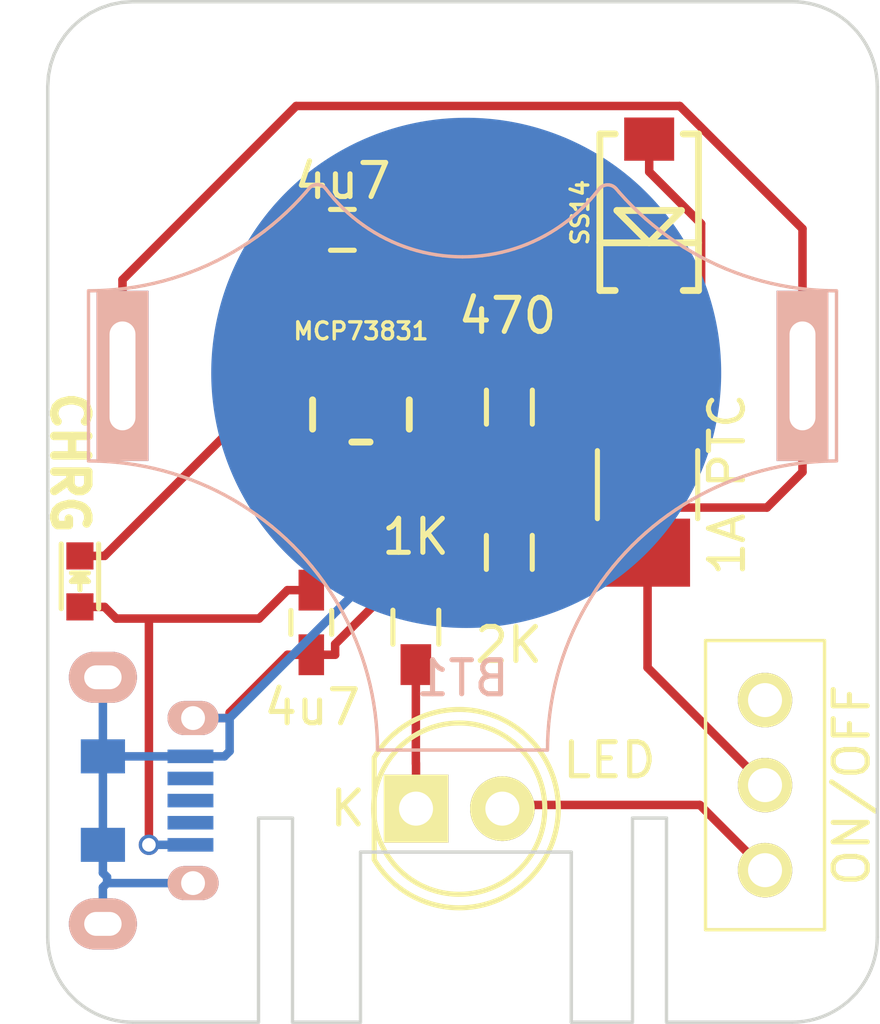
<source format=kicad_pcb>
(kicad_pcb (version 4) (host pcbnew 4.0.2-stable)

  (general
    (links 27)
    (no_connects 27)
    (area 94.667729 48.576999 121.00776 78.677001)
    (thickness 1.6)
    (drawings 101)
    (tracks 100)
    (zones 0)
    (modules 13)
    (nets 14)
  )

  (page A4)
  (layers
    (0 F.Cu signal)
    (31 B.Cu signal)
    (32 B.Adhes user)
    (33 F.Adhes user)
    (34 B.Paste user)
    (35 F.Paste user)
    (36 B.SilkS user)
    (37 F.SilkS user)
    (38 B.Mask user)
    (39 F.Mask user)
    (40 Dwgs.User user)
    (41 Cmts.User user)
    (42 Eco1.User user)
    (43 Eco2.User user)
    (44 Edge.Cuts user)
    (45 Margin user)
    (46 B.CrtYd user)
    (47 F.CrtYd user)
    (48 B.Fab user)
    (49 F.Fab user)
  )

  (setup
    (last_trace_width 0.25)
    (trace_clearance 0.2)
    (zone_clearance 0.508)
    (zone_45_only no)
    (trace_min 0.2)
    (segment_width 0.2)
    (edge_width 0.15)
    (via_size 0.6)
    (via_drill 0.4)
    (via_min_size 0.4)
    (via_min_drill 0.3)
    (uvia_size 0.3)
    (uvia_drill 0.1)
    (uvias_allowed no)
    (uvia_min_size 0.2)
    (uvia_min_drill 0.1)
    (pcb_text_width 0.3)
    (pcb_text_size 1.5 1.5)
    (mod_edge_width 0.15)
    (mod_text_size 1 1)
    (mod_text_width 0.15)
    (pad_size 15 15)
    (pad_drill 0)
    (pad_to_mask_clearance 0.2)
    (aux_axis_origin 0 0)
    (visible_elements 7FFFFFFF)
    (pcbplotparams
      (layerselection 0x010ff_80000001)
      (usegerberextensions true)
      (excludeedgelayer true)
      (linewidth 0.500000)
      (plotframeref false)
      (viasonmask false)
      (mode 1)
      (useauxorigin false)
      (hpglpennumber 1)
      (hpglpenspeed 20)
      (hpglpendiameter 15)
      (hpglpenoverlay 2)
      (psnegative false)
      (psa4output false)
      (plotreference true)
      (plotvalue true)
      (plotinvisibletext false)
      (padsonsilk false)
      (subtractmaskfromsilk false)
      (outputformat 1)
      (mirror false)
      (drillshape 0)
      (scaleselection 1)
      (outputdirectory Gerber/))
  )

  (net 0 "")
  (net 1 +5V)
  (net 2 GND)
  (net 3 "Net-(C2-Pad1)")
  (net 4 "Net-(R1-Pad1)")
  (net 5 "Net-(D1-Pad1)")
  (net 6 "Net-(R2-Pad1)")
  (net 7 "Net-(D2-Pad1)")
  (net 8 +3V3)
  (net 9 "Net-(D2-Pad2)")
  (net 10 "Net-(SW1-Pad3)")
  (net 11 "Net-(P1-Pad3)")
  (net 12 "Net-(P1-Pad4)")
  (net 13 "Net-(P1-Pad2)")

  (net_class Default "This is the default net class."
    (clearance 0.2)
    (trace_width 0.25)
    (via_dia 0.6)
    (via_drill 0.4)
    (uvia_dia 0.3)
    (uvia_drill 0.1)
    (add_net +3V3)
    (add_net +5V)
    (add_net GND)
    (add_net "Net-(C2-Pad1)")
    (add_net "Net-(D1-Pad1)")
    (add_net "Net-(D2-Pad1)")
    (add_net "Net-(D2-Pad2)")
    (add_net "Net-(P1-Pad2)")
    (add_net "Net-(P1-Pad3)")
    (add_net "Net-(P1-Pad4)")
    (add_net "Net-(R1-Pad1)")
    (add_net "Net-(R2-Pad1)")
    (add_net "Net-(SW1-Pad3)")
  )

  (module Capacitors_SMD:C_0603_HandSoldering (layer F.Cu) (tedit 57712A9A) (tstamp 576FE098)
    (at 104.138 66.8757 270)
    (descr "Capacitor SMD 0603, hand soldering")
    (tags "capacitor 0603")
    (path /5751677E)
    (attr smd)
    (fp_text reference C1 (at 0 0.00762 270) (layer F.SilkS) hide
      (effects (font (size 1 1) (thickness 0.15)))
    )
    (fp_text value 4u7 (at 2.49428 -0.02794 360) (layer F.SilkS)
      (effects (font (size 1 1) (thickness 0.15)))
    )
    (fp_line (start -1.85 -0.75) (end 1.85 -0.75) (layer F.CrtYd) (width 0.05))
    (fp_line (start -1.85 0.75) (end 1.85 0.75) (layer F.CrtYd) (width 0.05))
    (fp_line (start -1.85 -0.75) (end -1.85 0.75) (layer F.CrtYd) (width 0.05))
    (fp_line (start 1.85 -0.75) (end 1.85 0.75) (layer F.CrtYd) (width 0.05))
    (fp_line (start -0.35 -0.6) (end 0.35 -0.6) (layer F.SilkS) (width 0.15))
    (fp_line (start 0.35 0.6) (end -0.35 0.6) (layer F.SilkS) (width 0.15))
    (pad 1 smd rect (at -0.95 0 270) (size 1.2 0.75) (layers F.Cu F.Paste F.Mask)
      (net 1 +5V))
    (pad 2 smd rect (at 0.95 0 270) (size 1.2 0.75) (layers F.Cu F.Paste F.Mask)
      (net 2 GND))
    (model Capacitors_SMD.3dshapes/C_0603_HandSoldering.wrl
      (at (xyz 0 0 0))
      (scale (xyz 1 1 1))
      (rotate (xyz 0 0 0))
    )
  )

  (module Capacitors_SMD:C_0603_HandSoldering (layer F.Cu) (tedit 57712AA3) (tstamp 576FE09E)
    (at 105.052 55.3339)
    (descr "Capacitor SMD 0603, hand soldering")
    (tags "capacitor 0603")
    (path /57516E26)
    (attr smd)
    (fp_text reference C2 (at -0.00508 0.02794) (layer F.SilkS) hide
      (effects (font (size 1 1) (thickness 0.15)))
    )
    (fp_text value 4u7 (at 0.01016 -1.4351) (layer F.SilkS)
      (effects (font (size 1 1) (thickness 0.15)))
    )
    (fp_line (start -1.85 -0.75) (end 1.85 -0.75) (layer F.CrtYd) (width 0.05))
    (fp_line (start -1.85 0.75) (end 1.85 0.75) (layer F.CrtYd) (width 0.05))
    (fp_line (start -1.85 -0.75) (end -1.85 0.75) (layer F.CrtYd) (width 0.05))
    (fp_line (start 1.85 -0.75) (end 1.85 0.75) (layer F.CrtYd) (width 0.05))
    (fp_line (start -0.35 -0.6) (end 0.35 -0.6) (layer F.SilkS) (width 0.15))
    (fp_line (start 0.35 0.6) (end -0.35 0.6) (layer F.SilkS) (width 0.15))
    (pad 1 smd rect (at -0.95 0) (size 1.2 0.75) (layers F.Cu F.Paste F.Mask)
      (net 3 "Net-(C2-Pad1)"))
    (pad 2 smd rect (at 0.95 0) (size 1.2 0.75) (layers F.Cu F.Paste F.Mask)
      (net 2 GND))
    (model Capacitors_SMD.3dshapes/C_0603_HandSoldering.wrl
      (at (xyz 0 0 0))
      (scale (xyz 1 1 1))
      (rotate (xyz 0 0 0))
    )
  )

  (module LEDs:LED_0603 (layer F.Cu) (tedit 57726E8D) (tstamp 576FE0A4)
    (at 97.3328 65.6692 270)
    (descr "LED 0603 smd package")
    (tags "LED led 0603 SMD smd SMT smt smdled SMDLED smtled SMTLED")
    (path /57516873)
    (attr smd)
    (fp_text reference D1 (at 1.5113 1.47066 270) (layer F.SilkS) hide
      (effects (font (size 1 1) (thickness 0.15)))
    )
    (fp_text value CHRG (at -0.00258 -1.49098 270) (layer F.SilkS) hide
      (effects (font (size 1 1) (thickness 0.15)))
    )
    (fp_line (start -1.1 0.55) (end 0.8 0.55) (layer F.SilkS) (width 0.15))
    (fp_line (start -1.1 -0.55) (end 0.8 -0.55) (layer F.SilkS) (width 0.15))
    (fp_line (start -0.2 0) (end 0.25 0) (layer F.SilkS) (width 0.15))
    (fp_line (start -0.25 -0.25) (end -0.25 0.25) (layer F.SilkS) (width 0.15))
    (fp_line (start -0.25 0) (end 0 -0.25) (layer F.SilkS) (width 0.15))
    (fp_line (start 0 -0.25) (end 0 0.25) (layer F.SilkS) (width 0.15))
    (fp_line (start 0 0.25) (end -0.25 0) (layer F.SilkS) (width 0.15))
    (fp_line (start 1.4 -0.75) (end 1.4 0.75) (layer F.CrtYd) (width 0.05))
    (fp_line (start 1.4 0.75) (end -1.4 0.75) (layer F.CrtYd) (width 0.05))
    (fp_line (start -1.4 0.75) (end -1.4 -0.75) (layer F.CrtYd) (width 0.05))
    (fp_line (start -1.4 -0.75) (end 1.4 -0.75) (layer F.CrtYd) (width 0.05))
    (pad 2 smd rect (at 0.7493 0 90) (size 0.79756 0.79756) (layers F.Cu F.Paste F.Mask)
      (net 1 +5V))
    (pad 1 smd rect (at -0.7493 0 90) (size 0.79756 0.79756) (layers F.Cu F.Paste F.Mask)
      (net 5 "Net-(D1-Pad1)"))
    (model LEDs.3dshapes/LED_0603.wrl
      (at (xyz 0 0 0))
      (scale (xyz 1 1 1))
      (rotate (xyz 0 0 180))
    )
  )

  (module LEDs:LED-5MM (layer F.Cu) (tedit 576FE506) (tstamp 576FE0AA)
    (at 107.218 72.3494)
    (descr "LED 5mm round vertical")
    (tags "LED 5mm round vertical")
    (path /5751936B)
    (fp_text reference D2 (at 1.30048 -1.69164) (layer F.SilkS) hide
      (effects (font (size 1 1) (thickness 0.15)))
    )
    (fp_text value LED (at 5.6896 -1.4224) (layer F.SilkS)
      (effects (font (size 1 1) (thickness 0.15)))
    )
    (fp_line (start -1.5 -1.55) (end -1.5 1.55) (layer F.CrtYd) (width 0.05))
    (fp_arc (start 1.3 0) (end -1.5 1.55) (angle -302) (layer F.CrtYd) (width 0.05))
    (fp_arc (start 1.27 0) (end -1.23 -1.5) (angle 297.5) (layer F.SilkS) (width 0.15))
    (fp_line (start -1.23 1.5) (end -1.23 -1.5) (layer F.SilkS) (width 0.15))
    (fp_circle (center 1.27 0) (end 0.97 -2.5) (layer F.SilkS) (width 0.15))
    (fp_text user K (at -2.01168 -0.00508) (layer F.SilkS)
      (effects (font (size 1 1) (thickness 0.15)))
    )
    (pad 1 thru_hole rect (at 0 0 90) (size 2 1.9) (drill 1.00076) (layers *.Cu *.Mask F.SilkS)
      (net 7 "Net-(D2-Pad1)"))
    (pad 2 thru_hole circle (at 2.54 0) (size 1.9 1.9) (drill 1.00076) (layers *.Cu *.Mask F.SilkS)
      (net 9 "Net-(D2-Pad2)"))
    (model LEDs.3dshapes/LED-5MM.wrl
      (at (xyz 0.05 0 0))
      (scale (xyz 1 1 1))
      (rotate (xyz 0 0 90))
    )
  )

  (module freetronics_footprints:DIODE_SMA (layer F.Cu) (tedit 57712244) (tstamp 576FE0B0)
    (at 114.076 54.8157 270)
    (path /575185AE)
    (attr smd)
    (fp_text reference D3 (at -0.7 0 360) (layer Eco1.User) hide
      (effects (font (size 0.6 0.6) (thickness 0.1)))
    )
    (fp_text value SS14 (at 0.01016 2.032 270) (layer F.SilkS)
      (effects (font (size 0.5 0.5) (thickness 0.1)))
    )
    (fp_line (start 0.89916 0) (end -0.0508 0.94996) (layer F.SilkS) (width 0.20066))
    (fp_line (start -0.0508 0.94996) (end -0.0508 -0.94996) (layer F.SilkS) (width 0.20066))
    (fp_line (start 0.89916 0) (end -0.0508 -0.94996) (layer F.SilkS) (width 0.20066))
    (fp_line (start 0.89916 -1.45034) (end 0.89916 1.45034) (layer F.SilkS) (width 0.20066))
    (fp_line (start -2.30124 1.45034) (end -2.30124 1.00076) (layer F.SilkS) (width 0.20066))
    (fp_line (start -2.30124 1.45034) (end 2.30124 1.45034) (layer F.SilkS) (width 0.20066))
    (fp_line (start 2.30124 1.45034) (end 2.30124 1.00076) (layer F.SilkS) (width 0.20066))
    (fp_line (start -2.30124 -1.45034) (end -2.30124 -1.00076) (layer F.SilkS) (width 0.20066))
    (fp_line (start -2.30124 -1.45034) (end 2.30124 -1.45034) (layer F.SilkS) (width 0.20066))
    (fp_line (start 2.30124 -1.45034) (end 2.30124 -1.00076) (layer F.SilkS) (width 0.20066))
    (pad A smd rect (at -2.14884 0 270) (size 1.27 1.47066) (layers F.Cu F.Paste F.Mask)
      (net 2 GND))
    (pad K smd rect (at 2.14884 0 270) (size 1.27 1.47066) (layers F.Cu F.Paste F.Mask)
      (net 3 "Net-(C2-Pad1)"))
  )

  (module Capacitors_SMD:C_1210_HandSoldering (layer F.Cu) (tedit 57712A65) (tstamp 576FE0B6)
    (at 114.028 62.8244 270)
    (descr "Capacitor SMD 1210, hand soldering")
    (tags "capacitor 1210")
    (path /57518554)
    (attr smd)
    (fp_text reference F1 (at -0.08382 -0.02794 270) (layer F.SilkS) hide
      (effects (font (size 1 1) (thickness 0.15)))
    )
    (fp_text value "1A PTC" (at -0.00254 -2.3368 270) (layer F.SilkS)
      (effects (font (size 1 1) (thickness 0.15)))
    )
    (fp_line (start -3.3 -1.6) (end 3.3 -1.6) (layer F.CrtYd) (width 0.05))
    (fp_line (start -3.3 1.6) (end 3.3 1.6) (layer F.CrtYd) (width 0.05))
    (fp_line (start -3.3 -1.6) (end -3.3 1.6) (layer F.CrtYd) (width 0.05))
    (fp_line (start 3.3 -1.6) (end 3.3 1.6) (layer F.CrtYd) (width 0.05))
    (fp_line (start 1 -1.475) (end -1 -1.475) (layer F.SilkS) (width 0.15))
    (fp_line (start -1 1.475) (end 1 1.475) (layer F.SilkS) (width 0.15))
    (pad 1 smd rect (at -2 0 270) (size 2 2.5) (layers F.Cu F.Paste F.Mask)
      (net 3 "Net-(C2-Pad1)"))
    (pad 2 smd rect (at 2 0 270) (size 2 2.5) (layers F.Cu F.Paste F.Mask)
      (net 8 +3V3))
    (model Capacitors_SMD.3dshapes/C_1210_HandSoldering.wrl
      (at (xyz 0 0 0))
      (scale (xyz 1 1 1))
      (rotate (xyz 0 0 0))
    )
  )

  (module Resistors_SMD:R_0603_HandSoldering (layer F.Cu) (tedit 57712A9F) (tstamp 576FE0BC)
    (at 109.964 60.546 270)
    (descr "Resistor SMD 0603, hand soldering")
    (tags "resistor 0603")
    (path /575168C4)
    (attr smd)
    (fp_text reference R1 (at 0 -0.04064 270) (layer F.SilkS) hide
      (effects (font (size 1 1) (thickness 0.15)))
    )
    (fp_text value 470 (at -2.68224 0.05588 360) (layer F.SilkS)
      (effects (font (size 1 1) (thickness 0.15)))
    )
    (fp_line (start -2 -0.8) (end 2 -0.8) (layer F.CrtYd) (width 0.05))
    (fp_line (start -2 0.8) (end 2 0.8) (layer F.CrtYd) (width 0.05))
    (fp_line (start -2 -0.8) (end -2 0.8) (layer F.CrtYd) (width 0.05))
    (fp_line (start 2 -0.8) (end 2 0.8) (layer F.CrtYd) (width 0.05))
    (fp_line (start 0.5 0.675) (end -0.5 0.675) (layer F.SilkS) (width 0.15))
    (fp_line (start -0.5 -0.675) (end 0.5 -0.675) (layer F.SilkS) (width 0.15))
    (pad 1 smd rect (at -1.1 0 270) (size 1.2 0.9) (layers F.Cu F.Paste F.Mask)
      (net 4 "Net-(R1-Pad1)"))
    (pad 2 smd rect (at 1.1 0 270) (size 1.2 0.9) (layers F.Cu F.Paste F.Mask)
      (net 5 "Net-(D1-Pad1)"))
    (model Resistors_SMD.3dshapes/R_0603_HandSoldering.wrl
      (at (xyz 0 0 0))
      (scale (xyz 1 1 1))
      (rotate (xyz 0 0 0))
    )
  )

  (module Resistors_SMD:R_0603_HandSoldering (layer F.Cu) (tedit 57712A91) (tstamp 576FE0C2)
    (at 109.962 64.8157 270)
    (descr "Resistor SMD 0603, hand soldering")
    (tags "resistor 0603")
    (path /57516D5F)
    (attr smd)
    (fp_text reference R2 (at 0.02032 -0.04064 270) (layer F.SilkS) hide
      (effects (font (size 1 1) (thickness 0.15)))
    )
    (fp_text value 2K (at 2.72288 0.02032 360) (layer F.SilkS)
      (effects (font (size 1 1) (thickness 0.15)))
    )
    (fp_line (start -2 -0.8) (end 2 -0.8) (layer F.CrtYd) (width 0.05))
    (fp_line (start -2 0.8) (end 2 0.8) (layer F.CrtYd) (width 0.05))
    (fp_line (start -2 -0.8) (end -2 0.8) (layer F.CrtYd) (width 0.05))
    (fp_line (start 2 -0.8) (end 2 0.8) (layer F.CrtYd) (width 0.05))
    (fp_line (start 0.5 0.675) (end -0.5 0.675) (layer F.SilkS) (width 0.15))
    (fp_line (start -0.5 -0.675) (end 0.5 -0.675) (layer F.SilkS) (width 0.15))
    (pad 1 smd rect (at -1.1 0 270) (size 1.2 0.9) (layers F.Cu F.Paste F.Mask)
      (net 6 "Net-(R2-Pad1)"))
    (pad 2 smd rect (at 1.1 0 270) (size 1.2 0.9) (layers F.Cu F.Paste F.Mask)
      (net 2 GND))
    (model Resistors_SMD.3dshapes/R_0603_HandSoldering.wrl
      (at (xyz 0 0 0))
      (scale (xyz 1 1 1))
      (rotate (xyz 0 0 0))
    )
  )

  (module Resistors_SMD:R_0603_HandSoldering (layer F.Cu) (tedit 57712A97) (tstamp 576FE0C8)
    (at 107.213 67.0154 270)
    (descr "Resistor SMD 0603, hand soldering")
    (tags "resistor 0603")
    (path /57519C90)
    (attr smd)
    (fp_text reference R3 (at -0.02794 -0.0508 270) (layer F.SilkS) hide
      (effects (font (size 1 1) (thickness 0.15)))
    )
    (fp_text value 1K (at -2.65684 0.00762 360) (layer F.SilkS)
      (effects (font (size 1 1) (thickness 0.15)))
    )
    (fp_line (start -2 -0.8) (end 2 -0.8) (layer F.CrtYd) (width 0.05))
    (fp_line (start -2 0.8) (end 2 0.8) (layer F.CrtYd) (width 0.05))
    (fp_line (start -2 -0.8) (end -2 0.8) (layer F.CrtYd) (width 0.05))
    (fp_line (start 2 -0.8) (end 2 0.8) (layer F.CrtYd) (width 0.05))
    (fp_line (start 0.5 0.675) (end -0.5 0.675) (layer F.SilkS) (width 0.15))
    (fp_line (start -0.5 -0.675) (end 0.5 -0.675) (layer F.SilkS) (width 0.15))
    (pad 1 smd rect (at -1.1 0 270) (size 1.2 0.9) (layers F.Cu F.Paste F.Mask)
      (net 2 GND))
    (pad 2 smd rect (at 1.1 0 270) (size 1.2 0.9) (layers F.Cu F.Paste F.Mask)
      (net 7 "Net-(D2-Pad1)"))
    (model Resistors_SMD.3dshapes/R_0603_HandSoldering.wrl
      (at (xyz 0 0 0))
      (scale (xyz 1 1 1))
      (rotate (xyz 0 0 0))
    )
  )

  (module ESPlant:SS12D00 (layer F.Cu) (tedit 576FE706) (tstamp 576FE0CF)
    (at 117.483 71.6585 90)
    (path /5751900B)
    (fp_text reference SW1 (at -4.90728 0.00508 180) (layer F.SilkS) hide
      (effects (font (size 0.8 0.8) (thickness 0.12)))
    )
    (fp_text value ON/OFF (at 0 2.55016 90) (layer F.SilkS)
      (effects (font (size 1 1) (thickness 0.15)))
    )
    (fp_line (start -4.25 1.75) (end -4.25 -1.75) (layer F.SilkS) (width 0.1))
    (fp_line (start 4.25 1.75) (end -4.25 1.75) (layer F.SilkS) (width 0.1))
    (fp_line (start 4.25 -1.75) (end 4.25 1.75) (layer F.SilkS) (width 0.1))
    (fp_line (start -4.25 -1.75) (end 4.25 -1.75) (layer F.SilkS) (width 0.1))
    (pad 2 thru_hole circle (at 0 0 90) (size 1.6 1.6) (drill 1) (layers *.Cu *.Mask F.SilkS)
      (net 8 +3V3))
    (pad 1 thru_hole circle (at -2.5 0 90) (size 1.6 1.6) (drill 1) (layers *.Cu *.Mask F.SilkS)
      (net 9 "Net-(D2-Pad2)"))
    (pad 3 thru_hole circle (at 2.5 0 90) (size 1.6 1.6) (drill 1) (layers *.Cu *.Mask F.SilkS)
      (net 10 "Net-(SW1-Pad3)"))
  )

  (module freetronics_footprints:SOT23-5 (layer F.Cu) (tedit 576FE811) (tstamp 576FE0D8)
    (at 105.598 60.7619 180)
    (descr "<b>Small Outline Transistor</b>")
    (path /575165EC)
    (fp_text reference U1 (at 0 0 180) (layer Eco1.User)
      (effects (font (size 0.5 0.5) (thickness 0.1)))
    )
    (fp_text value MCP73831 (at 0 2.45 180) (layer F.SilkS)
      (effects (font (size 0.5 0.5) (thickness 0.1)))
    )
    (fp_line (start 1.4224 -0.42926) (end 1.4224 0.42926) (layer F.SilkS) (width 0.2032))
    (fp_line (start 1.39954 0.79756) (end -1.39954 0.79756) (layer Cmts.User) (width 0.1524))
    (fp_line (start -1.4224 0.42926) (end -1.4224 -0.42926) (layer F.SilkS) (width 0.2032))
    (fp_line (start -1.39954 -0.79756) (end 1.39954 -0.79756) (layer Cmts.User) (width 0.1524))
    (fp_line (start -0.2667 -0.81026) (end 0.2667 -0.81026) (layer F.SilkS) (width 0.2032))
    (fp_line (start 1.39954 -0.79756) (end 1.39954 0.79756) (layer Cmts.User) (width 0.1524))
    (fp_line (start -1.39954 -0.79756) (end -1.39954 0.79756) (layer Cmts.User) (width 0.1524))
    (pad 1 smd rect (at -0.94996 1.29794 180) (size 0.54864 1.19888) (layers F.Cu F.Paste F.Mask)
      (net 4 "Net-(R1-Pad1)"))
    (pad 2 smd rect (at 0 1.29794 180) (size 0.54864 1.19888) (layers F.Cu F.Paste F.Mask)
      (net 2 GND))
    (pad 3 smd rect (at 0.94996 1.29794 180) (size 0.54864 1.19888) (layers F.Cu F.Paste F.Mask)
      (net 3 "Net-(C2-Pad1)"))
    (pad 4 smd rect (at 0.94996 -1.29794 180) (size 0.54864 1.19888) (layers F.Cu F.Paste F.Mask)
      (net 1 +5V))
    (pad 5 smd rect (at -0.94996 -1.29794 180) (size 0.54864 1.19888) (layers F.Cu F.Paste F.Mask)
      (net 6 "Net-(R2-Pad1)"))
  )

  (module freetronics_footprints:USB-MICRO-5pin_PTHMOUNT (layer B.Cu) (tedit 57712A8A) (tstamp 577126F6)
    (at 100.584 72.1131)
    (path /57712B91)
    (attr smd)
    (fp_text reference P1 (at -4.7 0 270) (layer Eco1.User)
      (effects (font (size 0.6 0.6) (thickness 0.1)))
    )
    (fp_text value USB_5PIN_SHELL (at 1.43002 0 270) (layer B.SilkS) hide
      (effects (font (size 0.6 0.6) (thickness 0.1)) (justify mirror))
    )
    (fp_line (start -0.254 3.683) (end -1.3335 3.683) (layer Cmts.User) (width 0.2))
    (fp_line (start -0.20066 -3.70078) (end -1.39954 -3.70078) (layer Cmts.User) (width 0.20066))
    (fp_line (start -4.09956 -3.70078) (end -3.79984 -3.70078) (layer Cmts.User) (width 0.20066))
    (fp_line (start -4.09956 3.70078) (end -3.79984 3.70078) (layer Cmts.User) (width 0.20066))
    (fp_line (start -4.89966 3.70078) (end -4.89966 3.50012) (layer Cmts.User) (width 0.20066))
    (fp_line (start -4.89966 3.50012) (end -4.89966 3.40106) (layer Cmts.User) (width 0.20066))
    (fp_line (start -4.89966 3.40106) (end -5.19938 3.40106) (layer Cmts.User) (width 0.20066))
    (fp_line (start -5.19938 3.40106) (end -5.30098 3.40106) (layer Cmts.User) (width 0.20066))
    (fp_line (start -5.30098 3.40106) (end -5.50164 3.2004) (layer Cmts.User) (width 0.20066))
    (fp_line (start -5.50164 3.2004) (end -5.50164 -3.2004) (layer Cmts.User) (width 0.20066))
    (fp_line (start -4.89966 -3.70078) (end -4.89966 -3.40106) (layer Cmts.User) (width 0.20066))
    (fp_line (start -4.89966 -3.40106) (end -5.30098 -3.40106) (layer Cmts.User) (width 0.20066))
    (fp_line (start -5.30098 -3.40106) (end -5.50164 -3.2004) (layer Cmts.User) (width 0.20066))
    (fp_line (start -4.09956 3.70078) (end -4.89966 3.70078) (layer Cmts.User) (width 0.20066))
    (fp_line (start -4.89966 3.70078) (end -5.50164 4.09956) (layer Cmts.User) (width 0.20066))
    (fp_line (start -5.50164 -4.09956) (end -4.89966 -3.70078) (layer Cmts.User) (width 0.20066))
    (fp_line (start -4.89966 -3.70078) (end -4.09956 -3.70078) (layer Cmts.User) (width 0.20066))
    (fp_line (start -0.09906 3.59918) (end -0.19812 3.70078) (layer Cmts.User) (width 0.20066))
    (fp_line (start -4.09956 3.70078) (end -4.09956 -3.70078) (layer Cmts.User) (width 0.09906))
    (fp_line (start -0.20066 -3.70078) (end -0.1016 -3.59918) (layer Cmts.User) (width 0.20066))
    (pad SHLD thru_hole oval (at -2.57556 3.62458) (size 1.99898 1.50114) (drill oval 1.09982 0.70104) (layers *.Cu *.Mask B.SilkS)
      (net 2 GND))
    (pad SHLD thru_hole oval (at -2.57556 -3.62458) (size 1.99898 1.50114) (drill oval 1.09982 0.70104) (layers *.Cu *.Mask B.SilkS)
      (net 2 GND))
    (pad SHLD thru_hole oval (at 0.0762 2.4257) (size 1.50114 1.00076) (drill 0.70104) (layers *.Cu *.Mask B.SilkS)
      (net 2 GND))
    (pad SHLD smd rect (at -2.57556 -1.30048) (size 1.30048 1.00076) (layers B.Cu B.Paste B.Mask)
      (net 2 GND))
    (pad SHLD smd rect (at -2.57556 1.30048) (size 1.30048 1.00076) (layers B.Cu B.Paste B.Mask)
      (net 2 GND))
    (pad 5 smd rect (at 0 -1.30048) (size 1.34874 0.39878) (layers B.Cu B.Paste B.Mask)
      (net 2 GND))
    (pad 3 smd rect (at 0 0) (size 1.34874 0.39878) (layers B.Cu B.Paste B.Mask)
      (net 11 "Net-(P1-Pad3)"))
    (pad 4 smd rect (at 0 -0.65024) (size 1.34874 0.39878) (layers B.Cu B.Paste B.Mask)
      (net 12 "Net-(P1-Pad4)"))
    (pad 2 smd rect (at 0 0.65024) (size 1.34874 0.39878) (layers B.Cu B.Paste B.Mask)
      (net 13 "Net-(P1-Pad2)"))
    (pad SHLD thru_hole oval (at 0.0762 -2.4257) (size 1.50114 1.00076) (drill 0.70104) (layers *.Cu *.Mask B.SilkS)
      (net 2 GND))
    (pad 1 smd rect (at 0 1.30048) (size 1.34874 0.39878) (layers B.Cu B.Paste B.Mask)
      (net 1 +5V))
  )

  (module CR2032:CR2032 (layer B.Cu) (tedit 576FE73D) (tstamp 576FE092)
    (at 108.585 59.627 180)
    (path /57516FEB)
    (fp_text reference BT1 (at 0 -8.89 180) (layer B.SilkS)
      (effects (font (size 1 1) (thickness 0.15)) (justify mirror))
    )
    (fp_text value Battery (at -8.128 0 450) (layer B.Fab)
      (effects (font (size 1 1) (thickness 0.15)) (justify mirror))
    )
    (fp_line (start 4.488815 5.536079) (end 4.520751 5.5) (layer B.SilkS) (width 0.1))
    (fp_line (start 4.520751 5.5) (end 4.609362 5.395561) (layer B.SilkS) (width 0.1))
    (fp_line (start 4.609362 5.395561) (end 4.796155 5.189465) (layer B.SilkS) (width 0.1))
    (fp_line (start 4.796155 5.189465) (end 4.989592 4.989592) (layer B.SilkS) (width 0.1))
    (fp_line (start 4.989592 4.989592) (end 5.189465 4.796155) (layer B.SilkS) (width 0.1))
    (fp_line (start 5.189465 4.796155) (end 5.395561 4.609362) (layer B.SilkS) (width 0.1))
    (fp_line (start 5.395561 4.609362) (end 5.607657 4.429411) (layer B.SilkS) (width 0.1))
    (fp_line (start 5.607657 4.429411) (end 5.825528 4.256497) (layer B.SilkS) (width 0.1))
    (fp_line (start 5.825528 4.256497) (end 6.04894 4.090803) (layer B.SilkS) (width 0.1))
    (fp_line (start 6.04894 4.090803) (end 6.277653 3.932508) (layer B.SilkS) (width 0.1))
    (fp_line (start 6.277653 3.932508) (end 6.511423 3.781781) (layer B.SilkS) (width 0.1))
    (fp_line (start 6.511423 3.781781) (end 6.75 3.638784) (layer B.SilkS) (width 0.1))
    (fp_line (start 6.75 3.638784) (end 6.993128 3.503669) (layer B.SilkS) (width 0.1))
    (fp_line (start 6.993128 3.503669) (end 7.240546 3.376582) (layer B.SilkS) (width 0.1))
    (fp_line (start 7.240546 3.376582) (end 7.49199 3.257657) (layer B.SilkS) (width 0.1))
    (fp_line (start 7.49199 3.257657) (end 7.747191 3.147024) (layer B.SilkS) (width 0.1))
    (fp_line (start 7.747191 3.147024) (end 8.005875 3.0448) (layer B.SilkS) (width 0.1))
    (fp_line (start 8.005875 3.0448) (end 8.267765 2.951094) (layer B.SilkS) (width 0.1))
    (fp_line (start 8.267765 2.951094) (end 8.53258 2.866007) (layer B.SilkS) (width 0.1))
    (fp_line (start 8.53258 2.866007) (end 8.800038 2.78963) (layer B.SilkS) (width 0.1))
    (fp_line (start 8.800038 2.78963) (end 9.069852 2.722046) (layer B.SilkS) (width 0.1))
    (fp_line (start 9.069852 2.722046) (end 9.341732 2.663325) (layer B.SilkS) (width 0.1))
    (fp_line (start 9.341732 2.663325) (end 9.615388 2.613532) (layer B.SilkS) (width 0.1))
    (fp_line (start 9.615388 2.613532) (end 9.890527 2.572719) (layer B.SilkS) (width 0.1))
    (fp_line (start 9.890527 2.572719) (end 10.166854 2.54093) (layer B.SilkS) (width 0.1))
    (fp_line (start 10.166854 2.54093) (end 10.444073 2.518199) (layer B.SilkS) (width 0.1))
    (fp_line (start 10.444073 2.518199) (end 10.721888 2.504551) (layer B.SilkS) (width 0.1))
    (fp_line (start 10.721888 2.504551) (end 11 2.5) (layer B.SilkS) (width 0.1))
    (fp_line (start 11 2.5) (end 11 -2.5) (layer B.SilkS) (width 0.1))
    (fp_line (start 11 -2.5) (end 10.721888 -2.504551) (layer B.SilkS) (width 0.1))
    (fp_line (start 10.721888 -2.504551) (end 10.444073 -2.518199) (layer B.SilkS) (width 0.1))
    (fp_line (start 10.444073 -2.518199) (end 10.166854 -2.54093) (layer B.SilkS) (width 0.1))
    (fp_line (start 10.166854 -2.54093) (end 9.890527 -2.572719) (layer B.SilkS) (width 0.1))
    (fp_line (start 9.890527 -2.572719) (end 9.615388 -2.613532) (layer B.SilkS) (width 0.1))
    (fp_line (start 9.615388 -2.613532) (end 9.341732 -2.663325) (layer B.SilkS) (width 0.1))
    (fp_line (start 9.341732 -2.663325) (end 9.069852 -2.722046) (layer B.SilkS) (width 0.1))
    (fp_line (start 9.069852 -2.722046) (end 8.800038 -2.78963) (layer B.SilkS) (width 0.1))
    (fp_line (start 8.800038 -2.78963) (end 8.53258 -2.866007) (layer B.SilkS) (width 0.1))
    (fp_line (start 8.53258 -2.866007) (end 8.267765 -2.951094) (layer B.SilkS) (width 0.1))
    (fp_line (start 8.267765 -2.951094) (end 8.005875 -3.0448) (layer B.SilkS) (width 0.1))
    (fp_line (start 8.005875 -3.0448) (end 7.747191 -3.147024) (layer B.SilkS) (width 0.1))
    (fp_line (start 7.747191 -3.147024) (end 7.49199 -3.257657) (layer B.SilkS) (width 0.1))
    (fp_line (start 7.49199 -3.257657) (end 7.240546 -3.376582) (layer B.SilkS) (width 0.1))
    (fp_line (start 7.240546 -3.376582) (end 6.993128 -3.503669) (layer B.SilkS) (width 0.1))
    (fp_line (start 6.993128 -3.503669) (end 6.75 -3.638784) (layer B.SilkS) (width 0.1))
    (fp_line (start 6.75 -3.638784) (end 6.511423 -3.781781) (layer B.SilkS) (width 0.1))
    (fp_line (start 6.511423 -3.781781) (end 6.277653 -3.932508) (layer B.SilkS) (width 0.1))
    (fp_line (start 6.277653 -3.932508) (end 6.04894 -4.090803) (layer B.SilkS) (width 0.1))
    (fp_line (start 6.04894 -4.090803) (end 5.825528 -4.256497) (layer B.SilkS) (width 0.1))
    (fp_line (start 5.825528 -4.256497) (end 5.607657 -4.429411) (layer B.SilkS) (width 0.1))
    (fp_line (start 5.607657 -4.429411) (end 5.395561 -4.609362) (layer B.SilkS) (width 0.1))
    (fp_line (start 5.395561 -4.609362) (end 5.189465 -4.796155) (layer B.SilkS) (width 0.1))
    (fp_line (start 5.189465 -4.796155) (end 4.989592 -4.989592) (layer B.SilkS) (width 0.1))
    (fp_line (start 4.989592 -4.989592) (end 4.796155 -5.189465) (layer B.SilkS) (width 0.1))
    (fp_line (start 4.796155 -5.189465) (end 4.609362 -5.395561) (layer B.SilkS) (width 0.1))
    (fp_line (start 4.609362 -5.395561) (end 4.429411 -5.607657) (layer B.SilkS) (width 0.1))
    (fp_line (start 4.429411 -5.607657) (end 4.256497 -5.825528) (layer B.SilkS) (width 0.1))
    (fp_line (start 4.256497 -5.825528) (end 4.090803 -6.04894) (layer B.SilkS) (width 0.1))
    (fp_line (start 4.090803 -6.04894) (end 3.932508 -6.277653) (layer B.SilkS) (width 0.1))
    (fp_line (start 3.932508 -6.277653) (end 3.781781 -6.511423) (layer B.SilkS) (width 0.1))
    (fp_line (start 3.781781 -6.511423) (end 3.638784 -6.75) (layer B.SilkS) (width 0.1))
    (fp_line (start 3.638784 -6.75) (end 3.503669 -6.993128) (layer B.SilkS) (width 0.1))
    (fp_line (start 3.503669 -6.993128) (end 3.376582 -7.240546) (layer B.SilkS) (width 0.1))
    (fp_line (start 3.376582 -7.240546) (end 3.257657 -7.49199) (layer B.SilkS) (width 0.1))
    (fp_line (start 3.257657 -7.49199) (end 3.147024 -7.747191) (layer B.SilkS) (width 0.1))
    (fp_line (start 3.147024 -7.747191) (end 3.0448 -8.005875) (layer B.SilkS) (width 0.1))
    (fp_line (start 3.0448 -8.005875) (end 2.951094 -8.267765) (layer B.SilkS) (width 0.1))
    (fp_line (start 2.951094 -8.267765) (end 2.866007 -8.53258) (layer B.SilkS) (width 0.1))
    (fp_line (start 2.866007 -8.53258) (end 2.78963 -8.800038) (layer B.SilkS) (width 0.1))
    (fp_line (start 2.78963 -8.800038) (end 2.722046 -9.069852) (layer B.SilkS) (width 0.1))
    (fp_line (start 2.722046 -9.069852) (end 2.663325 -9.341732) (layer B.SilkS) (width 0.1))
    (fp_line (start 2.663325 -9.341732) (end 2.613532 -9.615388) (layer B.SilkS) (width 0.1))
    (fp_line (start 2.613532 -9.615388) (end 2.572719 -9.890527) (layer B.SilkS) (width 0.1))
    (fp_line (start 2.572719 -9.890527) (end 2.54093 -10.166854) (layer B.SilkS) (width 0.1))
    (fp_line (start 2.54093 -10.166854) (end 2.518199 -10.444073) (layer B.SilkS) (width 0.1))
    (fp_line (start 2.518199 -10.444073) (end 2.504551 -10.721888) (layer B.SilkS) (width 0.1))
    (fp_line (start 2.504551 -10.721888) (end 2.5 -11) (layer B.SilkS) (width 0.1))
    (fp_line (start 2.5 -11) (end -2.5 -11) (layer B.SilkS) (width 0.1))
    (fp_line (start -2.5 -11) (end -2.504551 -10.721888) (layer B.SilkS) (width 0.1))
    (fp_line (start -2.504551 -10.721888) (end -2.518199 -10.444073) (layer B.SilkS) (width 0.1))
    (fp_line (start -2.518199 -10.444073) (end -2.54093 -10.166854) (layer B.SilkS) (width 0.1))
    (fp_line (start -2.54093 -10.166854) (end -2.572719 -9.890527) (layer B.SilkS) (width 0.1))
    (fp_line (start -2.572719 -9.890527) (end -2.613532 -9.615388) (layer B.SilkS) (width 0.1))
    (fp_line (start -2.613532 -9.615388) (end -2.663325 -9.341732) (layer B.SilkS) (width 0.1))
    (fp_line (start -2.663325 -9.341732) (end -2.722046 -9.069852) (layer B.SilkS) (width 0.1))
    (fp_line (start -2.722046 -9.069852) (end -2.78963 -8.800038) (layer B.SilkS) (width 0.1))
    (fp_line (start -2.78963 -8.800038) (end -2.866007 -8.53258) (layer B.SilkS) (width 0.1))
    (fp_line (start -2.866007 -8.53258) (end -2.951094 -8.267765) (layer B.SilkS) (width 0.1))
    (fp_line (start -2.951094 -8.267765) (end -3.0448 -8.005875) (layer B.SilkS) (width 0.1))
    (fp_line (start -3.0448 -8.005875) (end -3.147024 -7.747191) (layer B.SilkS) (width 0.1))
    (fp_line (start -3.147024 -7.747191) (end -3.257657 -7.49199) (layer B.SilkS) (width 0.1))
    (fp_line (start -3.257657 -7.49199) (end -3.376582 -7.240546) (layer B.SilkS) (width 0.1))
    (fp_line (start -3.376582 -7.240546) (end -3.503669 -6.993128) (layer B.SilkS) (width 0.1))
    (fp_line (start -3.503669 -6.993128) (end -3.638784 -6.75) (layer B.SilkS) (width 0.1))
    (fp_line (start -3.638784 -6.75) (end -3.781781 -6.511423) (layer B.SilkS) (width 0.1))
    (fp_line (start -3.781781 -6.511423) (end -3.932508 -6.277653) (layer B.SilkS) (width 0.1))
    (fp_line (start -3.932508 -6.277653) (end -4.090803 -6.04894) (layer B.SilkS) (width 0.1))
    (fp_line (start -4.090803 -6.04894) (end -4.256497 -5.825528) (layer B.SilkS) (width 0.1))
    (fp_line (start -4.256497 -5.825528) (end -4.429411 -5.607657) (layer B.SilkS) (width 0.1))
    (fp_line (start -4.429411 -5.607657) (end -4.609362 -5.395561) (layer B.SilkS) (width 0.1))
    (fp_line (start -4.609362 -5.395561) (end -4.796155 -5.189465) (layer B.SilkS) (width 0.1))
    (fp_line (start -4.796155 -5.189465) (end -4.989592 -4.989592) (layer B.SilkS) (width 0.1))
    (fp_line (start -4.989592 -4.989592) (end -5.189465 -4.796155) (layer B.SilkS) (width 0.1))
    (fp_line (start -5.189465 -4.796155) (end -5.395561 -4.609362) (layer B.SilkS) (width 0.1))
    (fp_line (start -5.395561 -4.609362) (end -5.607657 -4.429411) (layer B.SilkS) (width 0.1))
    (fp_line (start -5.607657 -4.429411) (end -5.825528 -4.256497) (layer B.SilkS) (width 0.1))
    (fp_line (start -5.825528 -4.256497) (end -6.04894 -4.090803) (layer B.SilkS) (width 0.1))
    (fp_line (start -6.04894 -4.090803) (end -6.277653 -3.932508) (layer B.SilkS) (width 0.1))
    (fp_line (start -6.277653 -3.932508) (end -6.511423 -3.781781) (layer B.SilkS) (width 0.1))
    (fp_line (start -6.511423 -3.781781) (end -6.75 -3.638784) (layer B.SilkS) (width 0.1))
    (fp_line (start -6.75 -3.638784) (end -6.993128 -3.503669) (layer B.SilkS) (width 0.1))
    (fp_line (start -6.993128 -3.503669) (end -7.240546 -3.376582) (layer B.SilkS) (width 0.1))
    (fp_line (start -7.240546 -3.376582) (end -7.49199 -3.257657) (layer B.SilkS) (width 0.1))
    (fp_line (start -7.49199 -3.257657) (end -7.747191 -3.147024) (layer B.SilkS) (width 0.1))
    (fp_line (start -7.747191 -3.147024) (end -8.005875 -3.0448) (layer B.SilkS) (width 0.1))
    (fp_line (start -8.005875 -3.0448) (end -8.267765 -2.951094) (layer B.SilkS) (width 0.1))
    (fp_line (start -8.267765 -2.951094) (end -8.53258 -2.866007) (layer B.SilkS) (width 0.1))
    (fp_line (start -8.53258 -2.866007) (end -8.800038 -2.78963) (layer B.SilkS) (width 0.1))
    (fp_line (start -8.800038 -2.78963) (end -9.069852 -2.722046) (layer B.SilkS) (width 0.1))
    (fp_line (start -9.069852 -2.722046) (end -9.341732 -2.663325) (layer B.SilkS) (width 0.1))
    (fp_line (start -9.341732 -2.663325) (end -9.615388 -2.613532) (layer B.SilkS) (width 0.1))
    (fp_line (start -9.615388 -2.613532) (end -9.890527 -2.572719) (layer B.SilkS) (width 0.1))
    (fp_line (start -9.890527 -2.572719) (end -10.166854 -2.54093) (layer B.SilkS) (width 0.1))
    (fp_line (start -10.166854 -2.54093) (end -10.444073 -2.518199) (layer B.SilkS) (width 0.1))
    (fp_line (start -10.444073 -2.518199) (end -10.721888 -2.504551) (layer B.SilkS) (width 0.1))
    (fp_line (start -10.721888 -2.504551) (end -11 -2.5) (layer B.SilkS) (width 0.1))
    (fp_line (start -11 -2.5) (end -11 2.5) (layer B.SilkS) (width 0.1))
    (fp_line (start -11 2.5) (end -10.721888 2.504551) (layer B.SilkS) (width 0.1))
    (fp_line (start -10.721888 2.504551) (end -10.444073 2.518199) (layer B.SilkS) (width 0.1))
    (fp_line (start -10.444073 2.518199) (end -10.166854 2.54093) (layer B.SilkS) (width 0.1))
    (fp_line (start -10.166854 2.54093) (end -9.890527 2.572719) (layer B.SilkS) (width 0.1))
    (fp_line (start -9.890527 2.572719) (end -9.615388 2.613532) (layer B.SilkS) (width 0.1))
    (fp_line (start -9.615388 2.613532) (end -9.341732 2.663325) (layer B.SilkS) (width 0.1))
    (fp_line (start -9.341732 2.663325) (end -9.069852 2.722046) (layer B.SilkS) (width 0.1))
    (fp_line (start -9.069852 2.722046) (end -8.800038 2.78963) (layer B.SilkS) (width 0.1))
    (fp_line (start -8.800038 2.78963) (end -8.53258 2.866007) (layer B.SilkS) (width 0.1))
    (fp_line (start -8.53258 2.866007) (end -8.267765 2.951094) (layer B.SilkS) (width 0.1))
    (fp_line (start -8.267765 2.951094) (end -8.005875 3.0448) (layer B.SilkS) (width 0.1))
    (fp_line (start -8.005875 3.0448) (end -7.747191 3.147024) (layer B.SilkS) (width 0.1))
    (fp_line (start -7.747191 3.147024) (end -7.49199 3.257657) (layer B.SilkS) (width 0.1))
    (fp_line (start -7.49199 3.257657) (end -7.240546 3.376582) (layer B.SilkS) (width 0.1))
    (fp_line (start -7.240546 3.376582) (end -6.993128 3.503669) (layer B.SilkS) (width 0.1))
    (fp_line (start -6.993128 3.503669) (end -6.75 3.638784) (layer B.SilkS) (width 0.1))
    (fp_line (start -6.75 3.638784) (end -6.511423 3.781781) (layer B.SilkS) (width 0.1))
    (fp_line (start -6.511423 3.781781) (end -6.277653 3.932508) (layer B.SilkS) (width 0.1))
    (fp_line (start -6.277653 3.932508) (end -6.04894 4.090803) (layer B.SilkS) (width 0.1))
    (fp_line (start -6.04894 4.090803) (end -5.825528 4.256497) (layer B.SilkS) (width 0.1))
    (fp_line (start -5.825528 4.256497) (end -5.607657 4.429411) (layer B.SilkS) (width 0.1))
    (fp_line (start -5.607657 4.429411) (end -5.395561 4.609362) (layer B.SilkS) (width 0.1))
    (fp_line (start -5.395561 4.609362) (end -5.189465 4.796155) (layer B.SilkS) (width 0.1))
    (fp_line (start -5.189465 4.796155) (end -4.989592 4.989592) (layer B.SilkS) (width 0.1))
    (fp_line (start -4.989592 4.989592) (end -4.796155 5.189465) (layer B.SilkS) (width 0.1))
    (fp_line (start -4.796155 5.189465) (end -4.609362 5.395561) (layer B.SilkS) (width 0.1))
    (fp_line (start -4.609362 5.395561) (end -4.520751 5.5) (layer B.SilkS) (width 0.1))
    (fp_line (start -4.520751 5.5) (end -4.487589 5.533786) (layer B.SilkS) (width 0.1))
    (fp_line (start -4.487589 5.533786) (end -4.449907 5.562445) (layer B.SilkS) (width 0.1))
    (fp_line (start -4.449907 5.562445) (end -4.408491 5.58538) (layer B.SilkS) (width 0.1))
    (fp_line (start -4.408491 5.58538) (end -4.364204 5.602112) (layer B.SilkS) (width 0.1))
    (fp_line (start -4.364204 5.602112) (end -4.31797 5.612293) (layer B.SilkS) (width 0.1))
    (fp_line (start -4.31797 5.612293) (end -4.270751 5.61571) (layer B.SilkS) (width 0.1))
    (fp_line (start -4.270751 5.61571) (end -4.223533 5.612293) (layer B.SilkS) (width 0.1))
    (fp_line (start -4.223533 5.612293) (end -4.177298 5.602112) (layer B.SilkS) (width 0.1))
    (fp_line (start -4.177298 5.602112) (end -4.133012 5.58538) (layer B.SilkS) (width 0.1))
    (fp_line (start -4.133012 5.58538) (end -4.091596 5.562445) (layer B.SilkS) (width 0.1))
    (fp_line (start -4.091596 5.562445) (end -4.053914 5.533786) (layer B.SilkS) (width 0.1))
    (fp_line (start -4.053914 5.533786) (end -4.020751 5.5) (layer B.SilkS) (width 0.1))
    (fp_line (start -4.020751 5.5) (end -3.90081 5.347629) (layer B.SilkS) (width 0.1))
    (fp_line (start -3.90081 5.347629) (end -3.775098 5.199984) (layer B.SilkS) (width 0.1))
    (fp_line (start -3.775098 5.199984) (end -3.643802 5.057282) (layer B.SilkS) (width 0.1))
    (fp_line (start -3.643802 5.057282) (end -3.507115 4.919735) (layer B.SilkS) (width 0.1))
    (fp_line (start -3.507115 4.919735) (end -3.365239 4.787546) (layer B.SilkS) (width 0.1))
    (fp_line (start -3.365239 4.787546) (end -3.218385 4.66091) (layer B.SilkS) (width 0.1))
    (fp_line (start -3.218385 4.66091) (end -3.06677 4.540016) (layer B.SilkS) (width 0.1))
    (fp_line (start -3.06677 4.540016) (end -2.910617 4.425041) (layer B.SilkS) (width 0.1))
    (fp_line (start -2.910617 4.425041) (end -2.750159 4.316157) (layer B.SilkS) (width 0.1))
    (fp_line (start -2.750159 4.316157) (end -2.585633 4.213523) (layer B.SilkS) (width 0.1))
    (fp_line (start -2.585633 4.213523) (end -2.417281 4.117293) (layer B.SilkS) (width 0.1))
    (fp_line (start -2.417281 4.117293) (end -2.245353 4.027607) (layer B.SilkS) (width 0.1))
    (fp_line (start -2.245353 4.027607) (end -2.070103 3.9446) (layer B.SilkS) (width 0.1))
    (fp_line (start -2.070103 3.9446) (end -1.891791 3.868393) (layer B.SilkS) (width 0.1))
    (fp_line (start -1.891791 3.868393) (end -1.710681 3.7991) (layer B.SilkS) (width 0.1))
    (fp_line (start -1.710681 3.7991) (end -1.527039 3.736823) (layer B.SilkS) (width 0.1))
    (fp_line (start -1.527039 3.736823) (end -1.341139 3.681653) (layer B.SilkS) (width 0.1))
    (fp_line (start -1.341139 3.681653) (end -1.153254 3.633674) (layer B.SilkS) (width 0.1))
    (fp_line (start -1.153254 3.633674) (end -0.963663 3.592955) (layer B.SilkS) (width 0.1))
    (fp_line (start -0.963663 3.592955) (end -0.772647 3.559557) (layer B.SilkS) (width 0.1))
    (fp_line (start -0.772647 3.559557) (end -0.580488 3.53353) (layer B.SilkS) (width 0.1))
    (fp_line (start -0.580488 3.53353) (end -0.38747 3.514911) (layer B.SilkS) (width 0.1))
    (fp_line (start -0.38747 3.514911) (end -0.193878 3.503729) (layer B.SilkS) (width 0.1))
    (fp_line (start -0.193878 3.503729) (end 0 3.5) (layer B.SilkS) (width 0.1))
    (fp_line (start 0 3.5) (end 0.193878 3.503729) (layer B.SilkS) (width 0.1))
    (fp_line (start 0.193878 3.503729) (end 0.38747 3.514911) (layer B.SilkS) (width 0.1))
    (fp_line (start 0.38747 3.514911) (end 0.580488 3.53353) (layer B.SilkS) (width 0.1))
    (fp_line (start 0.580488 3.53353) (end 0.772647 3.559557) (layer B.SilkS) (width 0.1))
    (fp_line (start 0.772647 3.559557) (end 0.963663 3.592955) (layer B.SilkS) (width 0.1))
    (fp_line (start 0.963663 3.592955) (end 1.153254 3.633674) (layer B.SilkS) (width 0.1))
    (fp_line (start 1.153254 3.633674) (end 1.341139 3.681653) (layer B.SilkS) (width 0.1))
    (fp_line (start 1.341139 3.681653) (end 1.527039 3.736823) (layer B.SilkS) (width 0.1))
    (fp_line (start 1.527039 3.736823) (end 1.710681 3.7991) (layer B.SilkS) (width 0.1))
    (fp_line (start 1.710681 3.7991) (end 1.891791 3.868393) (layer B.SilkS) (width 0.1))
    (fp_line (start 1.891791 3.868393) (end 2.070103 3.9446) (layer B.SilkS) (width 0.1))
    (fp_line (start 2.070103 3.9446) (end 2.245353 4.027607) (layer B.SilkS) (width 0.1))
    (fp_line (start 2.245353 4.027607) (end 2.417281 4.117293) (layer B.SilkS) (width 0.1))
    (fp_line (start 2.417281 4.117293) (end 2.585633 4.213523) (layer B.SilkS) (width 0.1))
    (fp_line (start 2.585633 4.213523) (end 2.750159 4.316157) (layer B.SilkS) (width 0.1))
    (fp_line (start 2.750159 4.316157) (end 2.910617 4.425041) (layer B.SilkS) (width 0.1))
    (fp_line (start 2.910617 4.425041) (end 3.06677 4.540016) (layer B.SilkS) (width 0.1))
    (fp_line (start 3.06677 4.540016) (end 3.218385 4.66091) (layer B.SilkS) (width 0.1))
    (fp_line (start 3.218385 4.66091) (end 3.365239 4.787546) (layer B.SilkS) (width 0.1))
    (fp_line (start 3.365239 4.787546) (end 3.507115 4.919735) (layer B.SilkS) (width 0.1))
    (fp_line (start 3.507115 4.919735) (end 3.643802 5.057282) (layer B.SilkS) (width 0.1))
    (fp_line (start 3.643802 5.057282) (end 3.775098 5.199984) (layer B.SilkS) (width 0.1))
    (fp_line (start 3.775098 5.199984) (end 3.90081 5.347629) (layer B.SilkS) (width 0.1))
    (fp_line (start 3.90081 5.347629) (end 4.020751 5.5) (layer B.SilkS) (width 0.1))
    (fp_line (start 4.020751 5.5) (end 4.052688 5.536079) (layer B.SilkS) (width 0.1))
    (fp_line (start 4.052688 5.536079) (end 4.089777 5.566838) (layer B.SilkS) (width 0.1))
    (fp_line (start 4.089777 5.566838) (end 4.131141 5.59155) (layer B.SilkS) (width 0.1))
    (fp_line (start 4.131141 5.59155) (end 4.175804 5.60963) (layer B.SilkS) (width 0.1))
    (fp_line (start 4.175804 5.60963) (end 4.22271 5.620652) (layer B.SilkS) (width 0.1))
    (fp_line (start 4.22271 5.620652) (end 4.270751 5.624355) (layer B.SilkS) (width 0.1))
    (fp_line (start 4.270751 5.624355) (end 4.318793 5.620652) (layer B.SilkS) (width 0.1))
    (fp_line (start 4.318793 5.620652) (end 4.365699 5.60963) (layer B.SilkS) (width 0.1))
    (fp_line (start 4.365699 5.60963) (end 4.410362 5.59155) (layer B.SilkS) (width 0.1))
    (fp_line (start 4.410362 5.59155) (end 4.451726 5.566838) (layer B.SilkS) (width 0.1))
    (fp_line (start 4.451726 5.566838) (end 4.488815 5.536079) (layer B.SilkS) (width 0.1))
    (fp_line (start 10 0) (end 9.914449 -1.305262) (layer B.Fab) (width 0.1))
    (fp_line (start 9.914449 -1.305262) (end 9.659258 -2.58819) (layer B.Fab) (width 0.1))
    (fp_line (start 9.659258 -2.58819) (end 9.238795 -3.826834) (layer B.Fab) (width 0.1))
    (fp_line (start 9.238795 -3.826834) (end 8.660254 -5) (layer B.Fab) (width 0.1))
    (fp_line (start 8.660254 -5) (end 7.933533 -6.087614) (layer B.Fab) (width 0.1))
    (fp_line (start 7.933533 -6.087614) (end 7.071068 -7.071068) (layer B.Fab) (width 0.1))
    (fp_line (start 7.071068 -7.071068) (end 6.087614 -7.933533) (layer B.Fab) (width 0.1))
    (fp_line (start 6.087614 -7.933533) (end 5 -8.660254) (layer B.Fab) (width 0.1))
    (fp_line (start 5 -8.660254) (end 3.826834 -9.238795) (layer B.Fab) (width 0.1))
    (fp_line (start 3.826834 -9.238795) (end 2.58819 -9.659258) (layer B.Fab) (width 0.1))
    (fp_line (start 2.58819 -9.659258) (end 1.305262 -9.914449) (layer B.Fab) (width 0.1))
    (fp_line (start 1.305262 -9.914449) (end 0 -10) (layer B.Fab) (width 0.1))
    (fp_line (start 0 -10) (end -1.305262 -9.914449) (layer B.Fab) (width 0.1))
    (fp_line (start -1.305262 -9.914449) (end -2.58819 -9.659258) (layer B.Fab) (width 0.1))
    (fp_line (start -2.58819 -9.659258) (end -3.826834 -9.238795) (layer B.Fab) (width 0.1))
    (fp_line (start -3.826834 -9.238795) (end -5 -8.660254) (layer B.Fab) (width 0.1))
    (fp_line (start -5 -8.660254) (end -6.087614 -7.933533) (layer B.Fab) (width 0.1))
    (fp_line (start -6.087614 -7.933533) (end -7.071068 -7.071068) (layer B.Fab) (width 0.1))
    (fp_line (start -7.071068 -7.071068) (end -7.933533 -6.087614) (layer B.Fab) (width 0.1))
    (fp_line (start -7.933533 -6.087614) (end -8.660254 -5) (layer B.Fab) (width 0.1))
    (fp_line (start -8.660254 -5) (end -9.238795 -3.826834) (layer B.Fab) (width 0.1))
    (fp_line (start -9.238795 -3.826834) (end -9.659258 -2.58819) (layer B.Fab) (width 0.1))
    (fp_line (start -9.659258 -2.58819) (end -9.914449 -1.305262) (layer B.Fab) (width 0.1))
    (fp_line (start -9.914449 -1.305262) (end -10 0) (layer B.Fab) (width 0.1))
    (fp_line (start -10 0) (end -9.914449 1.305262) (layer B.Fab) (width 0.1))
    (fp_line (start -9.914449 1.305262) (end -9.659258 2.58819) (layer B.Fab) (width 0.1))
    (fp_line (start -9.659258 2.58819) (end -9.238795 3.826834) (layer B.Fab) (width 0.1))
    (fp_line (start -9.238795 3.826834) (end -8.660254 5) (layer B.Fab) (width 0.1))
    (fp_line (start -8.660254 5) (end -7.933533 6.087614) (layer B.Fab) (width 0.1))
    (fp_line (start -7.933533 6.087614) (end -7.071068 7.071068) (layer B.Fab) (width 0.1))
    (fp_line (start -7.071068 7.071068) (end -6.087614 7.933533) (layer B.Fab) (width 0.1))
    (fp_line (start -6.087614 7.933533) (end -5 8.660254) (layer B.Fab) (width 0.1))
    (fp_line (start -5 8.660254) (end -3.826834 9.238795) (layer B.Fab) (width 0.1))
    (fp_line (start -3.826834 9.238795) (end -2.58819 9.659258) (layer B.Fab) (width 0.1))
    (fp_line (start -2.58819 9.659258) (end -1.305262 9.914449) (layer B.Fab) (width 0.1))
    (fp_line (start -1.305262 9.914449) (end 0 10) (layer B.Fab) (width 0.1))
    (fp_line (start 0 10) (end 1.305262 9.914449) (layer B.Fab) (width 0.1))
    (fp_line (start 1.305262 9.914449) (end 2.58819 9.659258) (layer B.Fab) (width 0.1))
    (fp_line (start 2.58819 9.659258) (end 3.826834 9.238795) (layer B.Fab) (width 0.1))
    (fp_line (start 3.826834 9.238795) (end 5 8.660254) (layer B.Fab) (width 0.1))
    (fp_line (start 5 8.660254) (end 6.087614 7.933533) (layer B.Fab) (width 0.1))
    (fp_line (start 6.087614 7.933533) (end 7.071068 7.071068) (layer B.Fab) (width 0.1))
    (fp_line (start 7.071068 7.071068) (end 7.933533 6.087614) (layer B.Fab) (width 0.1))
    (fp_line (start 7.933533 6.087614) (end 8.660254 5) (layer B.Fab) (width 0.1))
    (fp_line (start 8.660254 5) (end 9.238795 3.826834) (layer B.Fab) (width 0.1))
    (fp_line (start 9.238795 3.826834) (end 9.659258 2.58819) (layer B.Fab) (width 0.1))
    (fp_line (start 9.659258 2.58819) (end 9.914449 1.305262) (layer B.Fab) (width 0.1))
    (fp_line (start 9.914449 1.305262) (end 10 0) (layer B.Fab) (width 0.1))
    (pad 1 thru_hole rect (at 10 0 180) (size 1.524 5) (drill oval 0.762 3.2) (layers *.Cu *.Mask B.SilkS)
      (net 8 +3V3))
    (pad 1 thru_hole rect (at -10 0 180) (size 1.524 5) (drill oval 0.762 3.2) (layers *.Cu *.Mask B.SilkS)
      (net 8 +3V3))
    (pad 2 smd circle (at -0.10922 0.0884 180) (size 15 15) (layers B.Cu B.Paste B.Mask)
      (net 2 GND))
  )

  (gr_text CHRG (at 97.028 62.1792 270) (layer F.SilkS)
    (effects (font (size 1 1) (thickness 0.25)))
  )
  (gr_line (start 96.390353 76.290508) (end 96.385 76.127) (layer Edge.Cuts) (width 0.1))
  (gr_line (start 96.406388 76.453315) (end 96.390353 76.290508) (layer Edge.Cuts) (width 0.1))
  (gr_line (start 96.433037 76.614726) (end 96.406388 76.453315) (layer Edge.Cuts) (width 0.1))
  (gr_line (start 96.470185 76.774048) (end 96.433037 76.614726) (layer Edge.Cuts) (width 0.1))
  (gr_line (start 96.517675 76.930599) (end 96.470185 76.774048) (layer Edge.Cuts) (width 0.1))
  (gr_line (start 96.575301 77.083709) (end 96.517675 76.930599) (layer Edge.Cuts) (width 0.1))
  (gr_line (start 96.642818 77.232722) (end 96.575301 77.083709) (layer Edge.Cuts) (width 0.1))
  (gr_line (start 96.719936 77.377) (end 96.642818 77.232722) (layer Edge.Cuts) (width 0.1))
  (gr_line (start 96.806326 77.515926) (end 96.719936 77.377) (layer Edge.Cuts) (width 0.1))
  (gr_line (start 96.901617 77.648904) (end 96.806326 77.515926) (layer Edge.Cuts) (width 0.1))
  (gr_line (start 97.0054 77.775365) (end 96.901617 77.648904) (layer Edge.Cuts) (width 0.1))
  (gr_line (start 97.117233 77.894767) (end 97.0054 77.775365) (layer Edge.Cuts) (width 0.1))
  (gr_line (start 97.236635 78.0066) (end 97.117233 77.894767) (layer Edge.Cuts) (width 0.1))
  (gr_line (start 97.363096 78.110383) (end 97.236635 78.0066) (layer Edge.Cuts) (width 0.1))
  (gr_line (start 97.496074 78.205674) (end 97.363096 78.110383) (layer Edge.Cuts) (width 0.1))
  (gr_line (start 97.635 78.292064) (end 97.496074 78.205674) (layer Edge.Cuts) (width 0.1))
  (gr_line (start 97.779278 78.369182) (end 97.635 78.292064) (layer Edge.Cuts) (width 0.1))
  (gr_line (start 97.928291 78.436699) (end 97.779278 78.369182) (layer Edge.Cuts) (width 0.1))
  (gr_line (start 98.081401 78.494325) (end 97.928291 78.436699) (layer Edge.Cuts) (width 0.1))
  (gr_line (start 98.237952 78.541815) (end 98.081401 78.494325) (layer Edge.Cuts) (width 0.1))
  (gr_line (start 98.397274 78.578963) (end 98.237952 78.541815) (layer Edge.Cuts) (width 0.1))
  (gr_line (start 98.558685 78.605612) (end 98.397274 78.578963) (layer Edge.Cuts) (width 0.1))
  (gr_line (start 98.721492 78.621647) (end 98.558685 78.605612) (layer Edge.Cuts) (width 0.1))
  (gr_line (start 98.885 78.627) (end 98.721492 78.621647) (layer Edge.Cuts) (width 0.1))
  (gr_line (start 102.585 78.627) (end 98.885 78.627) (layer Edge.Cuts) (width 0.1))
  (gr_line (start 102.585 72.627) (end 102.585 78.627) (layer Edge.Cuts) (width 0.1))
  (gr_line (start 103.585 72.627) (end 102.585 72.627) (layer Edge.Cuts) (width 0.1))
  (gr_line (start 103.585 78.627) (end 103.585 72.627) (layer Edge.Cuts) (width 0.1))
  (gr_line (start 105.585 78.627) (end 103.585 78.627) (layer Edge.Cuts) (width 0.1))
  (gr_line (start 105.585 73.627) (end 105.585 78.627) (layer Edge.Cuts) (width 0.1))
  (gr_line (start 111.785 73.627) (end 105.585 73.627) (layer Edge.Cuts) (width 0.1))
  (gr_line (start 111.785 78.627) (end 111.785 73.627) (layer Edge.Cuts) (width 0.1))
  (gr_line (start 113.585 78.627) (end 111.785 78.627) (layer Edge.Cuts) (width 0.1))
  (gr_line (start 113.585 72.627) (end 113.585 78.627) (layer Edge.Cuts) (width 0.1))
  (gr_line (start 114.585 72.627) (end 113.585 72.627) (layer Edge.Cuts) (width 0.1))
  (gr_line (start 114.585 78.627) (end 114.585 72.627) (layer Edge.Cuts) (width 0.1))
  (gr_line (start 118.285 78.627) (end 114.585 78.627) (layer Edge.Cuts) (width 0.1))
  (gr_line (start 118.448508 78.621647) (end 118.285 78.627) (layer Edge.Cuts) (width 0.1))
  (gr_line (start 118.611315 78.605612) (end 118.448508 78.621647) (layer Edge.Cuts) (width 0.1))
  (gr_line (start 118.772726 78.578963) (end 118.611315 78.605612) (layer Edge.Cuts) (width 0.1))
  (gr_line (start 118.932048 78.541815) (end 118.772726 78.578963) (layer Edge.Cuts) (width 0.1))
  (gr_line (start 119.088599 78.494325) (end 118.932048 78.541815) (layer Edge.Cuts) (width 0.1))
  (gr_line (start 119.241709 78.436699) (end 119.088599 78.494325) (layer Edge.Cuts) (width 0.1))
  (gr_line (start 119.390722 78.369182) (end 119.241709 78.436699) (layer Edge.Cuts) (width 0.1))
  (gr_line (start 119.535 78.292064) (end 119.390722 78.369182) (layer Edge.Cuts) (width 0.1))
  (gr_line (start 119.673926 78.205674) (end 119.535 78.292064) (layer Edge.Cuts) (width 0.1))
  (gr_line (start 119.806904 78.110383) (end 119.673926 78.205674) (layer Edge.Cuts) (width 0.1))
  (gr_line (start 119.933365 78.0066) (end 119.806904 78.110383) (layer Edge.Cuts) (width 0.1))
  (gr_line (start 120.052767 77.894767) (end 119.933365 78.0066) (layer Edge.Cuts) (width 0.1))
  (gr_line (start 120.1646 77.775365) (end 120.052767 77.894767) (layer Edge.Cuts) (width 0.1))
  (gr_line (start 120.268383 77.648904) (end 120.1646 77.775365) (layer Edge.Cuts) (width 0.1))
  (gr_line (start 120.363674 77.515926) (end 120.268383 77.648904) (layer Edge.Cuts) (width 0.1))
  (gr_line (start 120.450064 77.377) (end 120.363674 77.515926) (layer Edge.Cuts) (width 0.1))
  (gr_line (start 120.527182 77.232722) (end 120.450064 77.377) (layer Edge.Cuts) (width 0.1))
  (gr_line (start 120.594699 77.083709) (end 120.527182 77.232722) (layer Edge.Cuts) (width 0.1))
  (gr_line (start 120.652325 76.930599) (end 120.594699 77.083709) (layer Edge.Cuts) (width 0.1))
  (gr_line (start 120.699815 76.774048) (end 120.652325 76.930599) (layer Edge.Cuts) (width 0.1))
  (gr_line (start 120.736963 76.614726) (end 120.699815 76.774048) (layer Edge.Cuts) (width 0.1))
  (gr_line (start 120.763612 76.453315) (end 120.736963 76.614726) (layer Edge.Cuts) (width 0.1))
  (gr_line (start 120.779647 76.290508) (end 120.763612 76.453315) (layer Edge.Cuts) (width 0.1))
  (gr_line (start 120.785 76.127) (end 120.779647 76.290508) (layer Edge.Cuts) (width 0.1))
  (gr_line (start 120.785 51.127) (end 120.785 76.127) (layer Edge.Cuts) (width 0.1))
  (gr_line (start 120.779647 50.963492) (end 120.785 51.127) (layer Edge.Cuts) (width 0.1))
  (gr_line (start 120.763612 50.800685) (end 120.779647 50.963492) (layer Edge.Cuts) (width 0.1))
  (gr_line (start 120.736963 50.639274) (end 120.763612 50.800685) (layer Edge.Cuts) (width 0.1))
  (gr_line (start 120.699815 50.479952) (end 120.736963 50.639274) (layer Edge.Cuts) (width 0.1))
  (gr_line (start 120.652325 50.323401) (end 120.699815 50.479952) (layer Edge.Cuts) (width 0.1))
  (gr_line (start 120.594699 50.170291) (end 120.652325 50.323401) (layer Edge.Cuts) (width 0.1))
  (gr_line (start 120.527182 50.021278) (end 120.594699 50.170291) (layer Edge.Cuts) (width 0.1))
  (gr_line (start 120.450064 49.877) (end 120.527182 50.021278) (layer Edge.Cuts) (width 0.1))
  (gr_line (start 120.363674 49.738074) (end 120.450064 49.877) (layer Edge.Cuts) (width 0.1))
  (gr_line (start 120.268383 49.605096) (end 120.363674 49.738074) (layer Edge.Cuts) (width 0.1))
  (gr_line (start 120.1646 49.478635) (end 120.268383 49.605096) (layer Edge.Cuts) (width 0.1))
  (gr_line (start 120.052767 49.359233) (end 120.1646 49.478635) (layer Edge.Cuts) (width 0.1))
  (gr_line (start 119.933365 49.2474) (end 120.052767 49.359233) (layer Edge.Cuts) (width 0.1))
  (gr_line (start 119.806904 49.143617) (end 119.933365 49.2474) (layer Edge.Cuts) (width 0.1))
  (gr_line (start 119.673926 49.048326) (end 119.806904 49.143617) (layer Edge.Cuts) (width 0.1))
  (gr_line (start 119.535 48.961936) (end 119.673926 49.048326) (layer Edge.Cuts) (width 0.1))
  (gr_line (start 119.390722 48.884818) (end 119.535 48.961936) (layer Edge.Cuts) (width 0.1))
  (gr_line (start 119.241709 48.817301) (end 119.390722 48.884818) (layer Edge.Cuts) (width 0.1))
  (gr_line (start 119.088599 48.759675) (end 119.241709 48.817301) (layer Edge.Cuts) (width 0.1))
  (gr_line (start 118.932048 48.712185) (end 119.088599 48.759675) (layer Edge.Cuts) (width 0.1))
  (gr_line (start 118.772726 48.675037) (end 118.932048 48.712185) (layer Edge.Cuts) (width 0.1))
  (gr_line (start 118.611315 48.648388) (end 118.772726 48.675037) (layer Edge.Cuts) (width 0.1))
  (gr_line (start 118.448508 48.632353) (end 118.611315 48.648388) (layer Edge.Cuts) (width 0.1))
  (gr_line (start 118.285 48.627) (end 118.448508 48.632353) (layer Edge.Cuts) (width 0.1))
  (gr_line (start 98.885 48.627) (end 118.285 48.627) (layer Edge.Cuts) (width 0.1))
  (gr_line (start 98.558685 48.648388) (end 98.885 48.627) (layer Edge.Cuts) (width 0.1))
  (gr_line (start 98.237952 48.712185) (end 98.558685 48.648388) (layer Edge.Cuts) (width 0.1))
  (gr_line (start 97.928291 48.817301) (end 98.237952 48.712185) (layer Edge.Cuts) (width 0.1))
  (gr_line (start 97.635 48.961936) (end 97.928291 48.817301) (layer Edge.Cuts) (width 0.1))
  (gr_line (start 97.363096 49.143617) (end 97.635 48.961936) (layer Edge.Cuts) (width 0.1))
  (gr_line (start 97.117233 49.359233) (end 97.363096 49.143617) (layer Edge.Cuts) (width 0.1))
  (gr_line (start 96.901617 49.605096) (end 97.117233 49.359233) (layer Edge.Cuts) (width 0.1))
  (gr_line (start 96.719936 49.877) (end 96.901617 49.605096) (layer Edge.Cuts) (width 0.1))
  (gr_line (start 96.575301 50.170291) (end 96.719936 49.877) (layer Edge.Cuts) (width 0.1))
  (gr_line (start 96.470185 50.479952) (end 96.575301 50.170291) (layer Edge.Cuts) (width 0.1))
  (gr_line (start 96.406388 50.800685) (end 96.470185 50.479952) (layer Edge.Cuts) (width 0.1))
  (gr_line (start 96.385 51.127) (end 96.406388 50.800685) (layer Edge.Cuts) (width 0.1))
  (gr_line (start 96.385 76.127) (end 96.385 51.127) (layer Edge.Cuts) (width 0.1))

  (via (at 99.3616 73.4136) (size 0.6) (layers F.Cu B.Cu) (net 1))
  (segment (start 104.648 64.4904) (end 104.138 65.0004) (width 0.25) (layer F.Cu) (net 1))
  (segment (start 104.648 62.0598) (end 104.648 64.4904) (width 0.25) (layer F.Cu) (net 1))
  (segment (start 104.138 65.9257) (end 104.138 65.0004) (width 0.25) (layer F.Cu) (net 1))
  (segment (start 104.138 65.9257) (end 103.4377 65.9257) (width 0.25) (layer F.Cu) (net 1))
  (segment (start 97.3328 66.4185) (end 98.0569 66.4185) (width 0.25) (layer F.Cu) (net 1))
  (segment (start 102.6015 66.7619) (end 99.3616 66.7619) (width 0.25) (layer F.Cu) (net 1))
  (segment (start 103.4377 65.9257) (end 102.6015 66.7619) (width 0.25) (layer F.Cu) (net 1))
  (segment (start 98.4003 66.7619) (end 98.0569 66.4185) (width 0.25) (layer F.Cu) (net 1))
  (segment (start 99.3616 66.7619) (end 98.4003 66.7619) (width 0.25) (layer F.Cu) (net 1))
  (segment (start 100.584 73.4136) (end 99.5843 73.4136) (width 0.25) (layer B.Cu) (net 1))
  (segment (start 99.5843 73.4136) (end 99.3616 73.4136) (width 0.25) (layer B.Cu) (net 1))
  (segment (start 99.3616 66.7619) (end 99.3616 73.4136) (width 0.25) (layer F.Cu) (net 1))
  (segment (start 100.584 70.8126) (end 98.0084 70.8126) (width 0.25) (layer B.Cu) (net 2))
  (segment (start 106.002 55.3339) (end 106.002 56.0342) (width 0.25) (layer F.Cu) (net 2))
  (segment (start 109.1864 65.9154) (end 107.213 65.9154) (width 0.25) (layer F.Cu) (net 2))
  (segment (start 109.1867 65.9157) (end 109.1864 65.9154) (width 0.25) (layer F.Cu) (net 2))
  (segment (start 109.5744 65.9157) (end 109.1867 65.9157) (width 0.25) (layer F.Cu) (net 2))
  (segment (start 100.584 70.8126) (end 101.5837 70.8126) (width 0.25) (layer B.Cu) (net 2))
  (segment (start 101.7361 70.6602) (end 101.5837 70.8126) (width 0.25) (layer B.Cu) (net 2))
  (segment (start 101.7361 69.6874) (end 101.7361 70.6602) (width 0.25) (layer B.Cu) (net 2))
  (segment (start 100.6602 69.6874) (end 101.7361 69.6874) (width 0.25) (layer B.Cu) (net 2))
  (segment (start 107.213 65.9154) (end 106.4377 65.9154) (width 0.25) (layer F.Cu) (net 2))
  (segment (start 104.8383 67.5148) (end 106.4377 65.9154) (width 0.25) (layer F.Cu) (net 2))
  (segment (start 104.8383 67.8257) (end 104.8383 67.5148) (width 0.25) (layer F.Cu) (net 2))
  (segment (start 104.138 67.8257) (end 104.8383 67.8257) (width 0.25) (layer F.Cu) (net 2))
  (segment (start 109.5744 65.9157) (end 109.962 65.9157) (width 0.25) (layer F.Cu) (net 2))
  (segment (start 109.962 65.9157) (end 110.7373 65.9157) (width 0.25) (layer F.Cu) (net 2))
  (segment (start 114.076 52.6669) (end 114.076 53.6272) (width 0.25) (layer F.Cu) (net 2))
  (segment (start 108.6942 62.7293) (end 101.7361 69.6874) (width 0.25) (layer B.Cu) (net 2))
  (segment (start 108.6942 59.5386) (end 108.6942 62.7293) (width 0.25) (layer B.Cu) (net 2))
  (segment (start 98.0084 70.8126) (end 98.0084 68.4885) (width 0.25) (layer B.Cu) (net 2))
  (segment (start 98.0084 70.8126) (end 98.0084 73.4136) (width 0.25) (layer B.Cu) (net 2))
  (segment (start 98.0084 73.4136) (end 98.0084 74.2393) (width 0.25) (layer B.Cu) (net 2))
  (segment (start 100.6602 74.5388) (end 100.1223 74.5388) (width 0.25) (layer B.Cu) (net 2))
  (segment (start 98.0084 75.7377) (end 98.0084 74.6618) (width 0.25) (layer B.Cu) (net 2))
  (segment (start 98.1314 74.3623) (end 98.1314 74.5388) (width 0.25) (layer B.Cu) (net 2))
  (segment (start 98.0084 74.2393) (end 98.1314 74.3623) (width 0.25) (layer B.Cu) (net 2))
  (segment (start 100.1223 74.5388) (end 98.1314 74.5388) (width 0.25) (layer B.Cu) (net 2))
  (segment (start 98.1314 74.5388) (end 98.0084 74.6618) (width 0.25) (layer B.Cu) (net 2))
  (segment (start 101.7361 69.5273) (end 103.4377 67.8257) (width 0.25) (layer F.Cu) (net 2))
  (segment (start 101.7361 69.6874) (end 101.7361 69.5273) (width 0.25) (layer F.Cu) (net 2))
  (segment (start 104.138 67.8257) (end 103.4377 67.8257) (width 0.25) (layer F.Cu) (net 2))
  (segment (start 100.6602 69.6874) (end 101.7361 69.6874) (width 0.25) (layer F.Cu) (net 2))
  (segment (start 105.598 59.464) (end 105.598 60.3887) (width 0.25) (layer F.Cu) (net 2))
  (segment (start 115.6034 55.1546) (end 114.076 53.6272) (width 0.25) (layer F.Cu) (net 2))
  (segment (start 115.6034 61.9591) (end 115.6034 55.1546) (width 0.25) (layer F.Cu) (net 2))
  (segment (start 115.4128 62.1497) (end 115.6034 61.9591) (width 0.25) (layer F.Cu) (net 2))
  (segment (start 111.596 62.1497) (end 115.4128 62.1497) (width 0.25) (layer F.Cu) (net 2))
  (segment (start 110.7373 63.0084) (end 111.596 62.1497) (width 0.25) (layer F.Cu) (net 2))
  (segment (start 110.7373 65.9157) (end 110.7373 63.0084) (width 0.25) (layer F.Cu) (net 2))
  (segment (start 110.2436 60.3887) (end 105.598 60.3887) (width 0.25) (layer F.Cu) (net 2))
  (segment (start 111.596 61.7411) (end 110.2436 60.3887) (width 0.25) (layer F.Cu) (net 2))
  (segment (start 111.596 62.1497) (end 111.596 61.7411) (width 0.25) (layer F.Cu) (net 2))
  (segment (start 105.598 59.464) (end 105.598 58.5393) (width 0.25) (layer F.Cu) (net 2))
  (segment (start 106.002 58.1353) (end 106.002 56.0342) (width 0.25) (layer F.Cu) (net 2))
  (segment (start 105.598 58.5393) (end 106.002 58.1353) (width 0.25) (layer F.Cu) (net 2))
  (segment (start 114.076 59.4511) (end 114.076 56.9645) (width 0.25) (layer F.Cu) (net 3))
  (segment (start 114.028 59.4991) (end 114.076 59.4511) (width 0.25) (layer F.Cu) (net 3))
  (segment (start 114.028 60.1617) (end 114.028 60.7778) (width 0.25) (layer F.Cu) (net 3))
  (segment (start 114.028 60.8244) (end 114.028 60.7778) (width 0.25) (layer F.Cu) (net 3))
  (segment (start 114.028 60.1617) (end 114.028 59.4991) (width 0.25) (layer F.Cu) (net 3))
  (segment (start 112.7054 54.6336) (end 114.076 56.0042) (width 0.25) (layer F.Cu) (net 3))
  (segment (start 104.102 54.6336) (end 112.7054 54.6336) (width 0.25) (layer F.Cu) (net 3))
  (segment (start 104.102 55.3339) (end 104.102 54.6336) (width 0.25) (layer F.Cu) (net 3))
  (segment (start 114.076 56.9645) (end 114.076 56.0042) (width 0.25) (layer F.Cu) (net 3))
  (segment (start 104.102 55.3339) (end 104.102 56.0342) (width 0.25) (layer F.Cu) (net 3))
  (segment (start 104.648 59.464) (end 104.648 58.5393) (width 0.25) (layer F.Cu) (net 3))
  (segment (start 104.648 56.5802) (end 104.102 56.0342) (width 0.25) (layer F.Cu) (net 3))
  (segment (start 104.648 58.5393) (end 104.648 56.5802) (width 0.25) (layer F.Cu) (net 3))
  (segment (start 108.282 58.5393) (end 109.1887 59.446) (width 0.25) (layer F.Cu) (net 4))
  (segment (start 106.548 58.5393) (end 108.282 58.5393) (width 0.25) (layer F.Cu) (net 4))
  (segment (start 106.548 59.464) (end 106.548 58.5393) (width 0.25) (layer F.Cu) (net 4))
  (segment (start 109.964 59.446) (end 109.1887 59.446) (width 0.25) (layer F.Cu) (net 4))
  (segment (start 101.8418 61.135) (end 98.0569 64.9199) (width 0.25) (layer F.Cu) (net 5))
  (segment (start 108.6777 61.135) (end 101.8418 61.135) (width 0.25) (layer F.Cu) (net 5))
  (segment (start 109.1887 61.646) (end 108.6777 61.135) (width 0.25) (layer F.Cu) (net 5))
  (segment (start 109.964 61.646) (end 109.1887 61.646) (width 0.25) (layer F.Cu) (net 5))
  (segment (start 97.3328 64.9199) (end 98.0569 64.9199) (width 0.25) (layer F.Cu) (net 5))
  (segment (start 108.4555 62.9845) (end 109.1867 63.7157) (width 0.25) (layer F.Cu) (net 6))
  (segment (start 106.548 62.9845) (end 108.4555 62.9845) (width 0.25) (layer F.Cu) (net 6))
  (segment (start 106.548 62.0598) (end 106.548 62.9845) (width 0.25) (layer F.Cu) (net 6))
  (segment (start 109.962 63.7157) (end 109.1867 63.7157) (width 0.25) (layer F.Cu) (net 6))
  (segment (start 107.213 71.0191) (end 107.218 71.0241) (width 0.25) (layer F.Cu) (net 7))
  (segment (start 107.213 68.1154) (end 107.213 71.0191) (width 0.25) (layer F.Cu) (net 7))
  (segment (start 107.218 72.3494) (end 107.218 71.0241) (width 0.25) (layer F.Cu) (net 7))
  (segment (start 114.028 68.2035) (end 114.028 64.8244) (width 0.25) (layer F.Cu) (net 8))
  (segment (start 117.483 71.6585) (end 114.028 68.2035) (width 0.25) (layer F.Cu) (net 8))
  (segment (start 117.5382 63.4991) (end 114.028 63.4991) (width 0.25) (layer F.Cu) (net 8))
  (segment (start 118.585 62.4523) (end 117.5382 63.4991) (width 0.25) (layer F.Cu) (net 8))
  (segment (start 118.585 59.627) (end 118.585 62.4523) (width 0.25) (layer F.Cu) (net 8))
  (segment (start 114.028 64.8244) (end 114.028 63.4991) (width 0.25) (layer F.Cu) (net 8))
  (segment (start 98.585 59.627) (end 98.585 56.8017) (width 0.25) (layer F.Cu) (net 8))
  (segment (start 118.585 55.3028) (end 118.585 59.627) (width 0.25) (layer F.Cu) (net 8))
  (segment (start 114.9749 51.6927) (end 118.585 55.3028) (width 0.25) (layer F.Cu) (net 8))
  (segment (start 103.694 51.6927) (end 114.9749 51.6927) (width 0.25) (layer F.Cu) (net 8))
  (segment (start 98.585 56.8017) (end 103.694 51.6927) (width 0.25) (layer F.Cu) (net 8))
  (segment (start 109.8663 72.2411) (end 109.758 72.3494) (width 0.25) (layer F.Cu) (net 9))
  (segment (start 115.5656 72.2411) (end 109.8663 72.2411) (width 0.25) (layer F.Cu) (net 9))
  (segment (start 117.483 74.1585) (end 115.5656 72.2411) (width 0.25) (layer F.Cu) (net 9))

)

</source>
